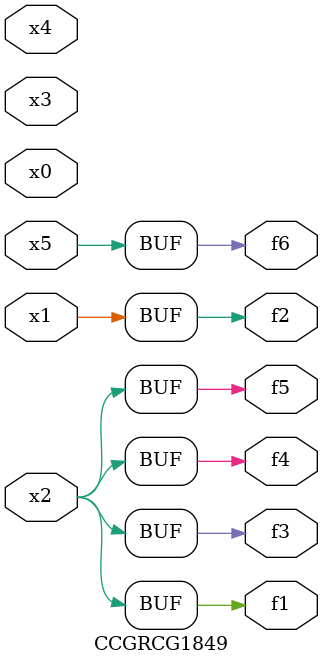
<source format=v>
module CCGRCG1849(
	input x0, x1, x2, x3, x4, x5,
	output f1, f2, f3, f4, f5, f6
);
	assign f1 = x2;
	assign f2 = x1;
	assign f3 = x2;
	assign f4 = x2;
	assign f5 = x2;
	assign f6 = x5;
endmodule

</source>
